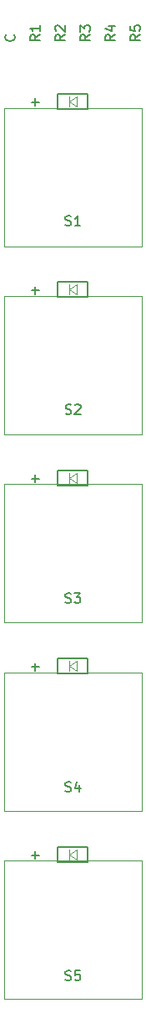
<source format=gto>
%TF.GenerationSoftware,KiCad,Pcbnew,5.1.6-1.fc32*%
%TF.CreationDate,2020-08-03T22:39:13-06:00*%
%TF.ProjectId,5_switch_column,355f7377-6974-4636-985f-636f6c756d6e,01*%
%TF.SameCoordinates,Original*%
%TF.FileFunction,Legend,Top*%
%TF.FilePolarity,Positive*%
%FSLAX46Y46*%
G04 Gerber Fmt 4.6, Leading zero omitted, Abs format (unit mm)*
G04 Created by KiCad (PCBNEW 5.1.6-1.fc32) date 2020-08-03 22:39:13*
%MOMM*%
%LPD*%
G01*
G04 APERTURE LIST*
%ADD10C,0.120000*%
%ADD11C,0.152400*%
%ADD12C,0.150000*%
G04 APERTURE END LIST*
D10*
%TO.C,S1*%
X110475000Y-92065000D02*
X110475000Y-78095000D01*
X124445000Y-92065000D02*
X110475000Y-92065000D01*
X124445000Y-78095000D02*
X124445000Y-92065000D01*
X110475000Y-78095000D02*
X124445000Y-78095000D01*
D11*
X115936000Y-76698000D02*
X115936000Y-78222000D01*
X115936000Y-78222000D02*
X118984000Y-78222000D01*
X118984000Y-78222000D02*
X118984000Y-76698000D01*
X118984000Y-76698000D02*
X115936000Y-76698000D01*
D10*
X117079000Y-76952000D02*
X117079000Y-77968000D01*
X117841000Y-76952000D02*
X117841000Y-77968000D01*
X117841000Y-77968000D02*
X117079000Y-77460000D01*
X117079000Y-77460000D02*
X117841000Y-76952000D01*
%TO.C,S2*%
X117079000Y-96460000D02*
X117841000Y-95952000D01*
X117841000Y-96968000D02*
X117079000Y-96460000D01*
X117841000Y-95952000D02*
X117841000Y-96968000D01*
X117079000Y-95952000D02*
X117079000Y-96968000D01*
D11*
X118984000Y-95698000D02*
X115936000Y-95698000D01*
X118984000Y-97222000D02*
X118984000Y-95698000D01*
X115936000Y-97222000D02*
X118984000Y-97222000D01*
X115936000Y-95698000D02*
X115936000Y-97222000D01*
D10*
X110475000Y-97095000D02*
X124445000Y-97095000D01*
X124445000Y-97095000D02*
X124445000Y-111065000D01*
X124445000Y-111065000D02*
X110475000Y-111065000D01*
X110475000Y-111065000D02*
X110475000Y-97095000D01*
%TO.C,S3*%
X110475000Y-130065000D02*
X110475000Y-116095000D01*
X124445000Y-130065000D02*
X110475000Y-130065000D01*
X124445000Y-116095000D02*
X124445000Y-130065000D01*
X110475000Y-116095000D02*
X124445000Y-116095000D01*
D11*
X115936000Y-114698000D02*
X115936000Y-116222000D01*
X115936000Y-116222000D02*
X118984000Y-116222000D01*
X118984000Y-116222000D02*
X118984000Y-114698000D01*
X118984000Y-114698000D02*
X115936000Y-114698000D01*
D10*
X117079000Y-114952000D02*
X117079000Y-115968000D01*
X117841000Y-114952000D02*
X117841000Y-115968000D01*
X117841000Y-115968000D02*
X117079000Y-115460000D01*
X117079000Y-115460000D02*
X117841000Y-114952000D01*
%TO.C,S4*%
X117079000Y-134460000D02*
X117841000Y-133952000D01*
X117841000Y-134968000D02*
X117079000Y-134460000D01*
X117841000Y-133952000D02*
X117841000Y-134968000D01*
X117079000Y-133952000D02*
X117079000Y-134968000D01*
D11*
X118984000Y-133698000D02*
X115936000Y-133698000D01*
X118984000Y-135222000D02*
X118984000Y-133698000D01*
X115936000Y-135222000D02*
X118984000Y-135222000D01*
X115936000Y-133698000D02*
X115936000Y-135222000D01*
D10*
X110475000Y-135095000D02*
X124445000Y-135095000D01*
X124445000Y-135095000D02*
X124445000Y-149065000D01*
X124445000Y-149065000D02*
X110475000Y-149065000D01*
X110475000Y-149065000D02*
X110475000Y-135095000D01*
%TO.C,S5*%
X110475000Y-168065000D02*
X110475000Y-154095000D01*
X124445000Y-168065000D02*
X110475000Y-168065000D01*
X124445000Y-154095000D02*
X124445000Y-168065000D01*
X110475000Y-154095000D02*
X124445000Y-154095000D01*
D11*
X115936000Y-152698000D02*
X115936000Y-154222000D01*
X115936000Y-154222000D02*
X118984000Y-154222000D01*
X118984000Y-154222000D02*
X118984000Y-152698000D01*
X118984000Y-152698000D02*
X115936000Y-152698000D01*
D10*
X117079000Y-152952000D02*
X117079000Y-153968000D01*
X117841000Y-152952000D02*
X117841000Y-153968000D01*
X117841000Y-153968000D02*
X117079000Y-153460000D01*
X117079000Y-153460000D02*
X117841000Y-152952000D01*
%TO.C,S1*%
D12*
X116698095Y-89939761D02*
X116840952Y-89987380D01*
X117079047Y-89987380D01*
X117174285Y-89939761D01*
X117221904Y-89892142D01*
X117269523Y-89796904D01*
X117269523Y-89701666D01*
X117221904Y-89606428D01*
X117174285Y-89558809D01*
X117079047Y-89511190D01*
X116888571Y-89463571D01*
X116793333Y-89415952D01*
X116745714Y-89368333D01*
X116698095Y-89273095D01*
X116698095Y-89177857D01*
X116745714Y-89082619D01*
X116793333Y-89035000D01*
X116888571Y-88987380D01*
X117126666Y-88987380D01*
X117269523Y-89035000D01*
X118221904Y-89987380D02*
X117650476Y-89987380D01*
X117936190Y-89987380D02*
X117936190Y-88987380D01*
X117840952Y-89130238D01*
X117745714Y-89225476D01*
X117650476Y-89273095D01*
X113269047Y-77531428D02*
X114030952Y-77531428D01*
X113650000Y-77912380D02*
X113650000Y-77150476D01*
%TO.C,S2*%
X116713095Y-108989761D02*
X116855952Y-109037380D01*
X117094047Y-109037380D01*
X117189285Y-108989761D01*
X117236904Y-108942142D01*
X117284523Y-108846904D01*
X117284523Y-108751666D01*
X117236904Y-108656428D01*
X117189285Y-108608809D01*
X117094047Y-108561190D01*
X116903571Y-108513571D01*
X116808333Y-108465952D01*
X116760714Y-108418333D01*
X116713095Y-108323095D01*
X116713095Y-108227857D01*
X116760714Y-108132619D01*
X116808333Y-108085000D01*
X116903571Y-108037380D01*
X117141666Y-108037380D01*
X117284523Y-108085000D01*
X117665476Y-108132619D02*
X117713095Y-108085000D01*
X117808333Y-108037380D01*
X118046428Y-108037380D01*
X118141666Y-108085000D01*
X118189285Y-108132619D01*
X118236904Y-108227857D01*
X118236904Y-108323095D01*
X118189285Y-108465952D01*
X117617857Y-109037380D01*
X118236904Y-109037380D01*
X113269047Y-96531428D02*
X114030952Y-96531428D01*
X113650000Y-96912380D02*
X113650000Y-96150476D01*
%TO.C,S3*%
X116698095Y-128039761D02*
X116840952Y-128087380D01*
X117079047Y-128087380D01*
X117174285Y-128039761D01*
X117221904Y-127992142D01*
X117269523Y-127896904D01*
X117269523Y-127801666D01*
X117221904Y-127706428D01*
X117174285Y-127658809D01*
X117079047Y-127611190D01*
X116888571Y-127563571D01*
X116793333Y-127515952D01*
X116745714Y-127468333D01*
X116698095Y-127373095D01*
X116698095Y-127277857D01*
X116745714Y-127182619D01*
X116793333Y-127135000D01*
X116888571Y-127087380D01*
X117126666Y-127087380D01*
X117269523Y-127135000D01*
X117602857Y-127087380D02*
X118221904Y-127087380D01*
X117888571Y-127468333D01*
X118031428Y-127468333D01*
X118126666Y-127515952D01*
X118174285Y-127563571D01*
X118221904Y-127658809D01*
X118221904Y-127896904D01*
X118174285Y-127992142D01*
X118126666Y-128039761D01*
X118031428Y-128087380D01*
X117745714Y-128087380D01*
X117650476Y-128039761D01*
X117602857Y-127992142D01*
X113269047Y-115531428D02*
X114030952Y-115531428D01*
X113650000Y-115912380D02*
X113650000Y-115150476D01*
%TO.C,S4*%
X116698095Y-147089761D02*
X116840952Y-147137380D01*
X117079047Y-147137380D01*
X117174285Y-147089761D01*
X117221904Y-147042142D01*
X117269523Y-146946904D01*
X117269523Y-146851666D01*
X117221904Y-146756428D01*
X117174285Y-146708809D01*
X117079047Y-146661190D01*
X116888571Y-146613571D01*
X116793333Y-146565952D01*
X116745714Y-146518333D01*
X116698095Y-146423095D01*
X116698095Y-146327857D01*
X116745714Y-146232619D01*
X116793333Y-146185000D01*
X116888571Y-146137380D01*
X117126666Y-146137380D01*
X117269523Y-146185000D01*
X118126666Y-146470714D02*
X118126666Y-147137380D01*
X117888571Y-146089761D02*
X117650476Y-146804047D01*
X118269523Y-146804047D01*
X113269047Y-134531428D02*
X114030952Y-134531428D01*
X113650000Y-134912380D02*
X113650000Y-134150476D01*
%TO.C,S5*%
X116698095Y-166139761D02*
X116840952Y-166187380D01*
X117079047Y-166187380D01*
X117174285Y-166139761D01*
X117221904Y-166092142D01*
X117269523Y-165996904D01*
X117269523Y-165901666D01*
X117221904Y-165806428D01*
X117174285Y-165758809D01*
X117079047Y-165711190D01*
X116888571Y-165663571D01*
X116793333Y-165615952D01*
X116745714Y-165568333D01*
X116698095Y-165473095D01*
X116698095Y-165377857D01*
X116745714Y-165282619D01*
X116793333Y-165235000D01*
X116888571Y-165187380D01*
X117126666Y-165187380D01*
X117269523Y-165235000D01*
X118174285Y-165187380D02*
X117698095Y-165187380D01*
X117650476Y-165663571D01*
X117698095Y-165615952D01*
X117793333Y-165568333D01*
X118031428Y-165568333D01*
X118126666Y-165615952D01*
X118174285Y-165663571D01*
X118221904Y-165758809D01*
X118221904Y-165996904D01*
X118174285Y-166092142D01*
X118126666Y-166139761D01*
X118031428Y-166187380D01*
X117793333Y-166187380D01*
X117698095Y-166139761D01*
X117650476Y-166092142D01*
X113269047Y-153531428D02*
X114030952Y-153531428D01*
X113650000Y-153912380D02*
X113650000Y-153150476D01*
%TO.C,U1*%
X111482142Y-70720976D02*
X111529761Y-70768595D01*
X111577380Y-70911452D01*
X111577380Y-71006690D01*
X111529761Y-71149547D01*
X111434523Y-71244785D01*
X111339285Y-71292404D01*
X111148809Y-71340023D01*
X111005952Y-71340023D01*
X110815476Y-71292404D01*
X110720238Y-71244785D01*
X110625000Y-71149547D01*
X110577380Y-71006690D01*
X110577380Y-70911452D01*
X110625000Y-70768595D01*
X110672619Y-70720976D01*
X114117380Y-70720976D02*
X113641190Y-71054309D01*
X114117380Y-71292404D02*
X113117380Y-71292404D01*
X113117380Y-70911452D01*
X113165000Y-70816214D01*
X113212619Y-70768595D01*
X113307857Y-70720976D01*
X113450714Y-70720976D01*
X113545952Y-70768595D01*
X113593571Y-70816214D01*
X113641190Y-70911452D01*
X113641190Y-71292404D01*
X114117380Y-69768595D02*
X114117380Y-70340023D01*
X114117380Y-70054309D02*
X113117380Y-70054309D01*
X113260238Y-70149547D01*
X113355476Y-70244785D01*
X113403095Y-70340023D01*
X116657380Y-70720976D02*
X116181190Y-71054309D01*
X116657380Y-71292404D02*
X115657380Y-71292404D01*
X115657380Y-70911452D01*
X115705000Y-70816214D01*
X115752619Y-70768595D01*
X115847857Y-70720976D01*
X115990714Y-70720976D01*
X116085952Y-70768595D01*
X116133571Y-70816214D01*
X116181190Y-70911452D01*
X116181190Y-71292404D01*
X115752619Y-70340023D02*
X115705000Y-70292404D01*
X115657380Y-70197166D01*
X115657380Y-69959071D01*
X115705000Y-69863833D01*
X115752619Y-69816214D01*
X115847857Y-69768595D01*
X115943095Y-69768595D01*
X116085952Y-69816214D01*
X116657380Y-70387642D01*
X116657380Y-69768595D01*
X119197380Y-70720976D02*
X118721190Y-71054309D01*
X119197380Y-71292404D02*
X118197380Y-71292404D01*
X118197380Y-70911452D01*
X118245000Y-70816214D01*
X118292619Y-70768595D01*
X118387857Y-70720976D01*
X118530714Y-70720976D01*
X118625952Y-70768595D01*
X118673571Y-70816214D01*
X118721190Y-70911452D01*
X118721190Y-71292404D01*
X118197380Y-70387642D02*
X118197380Y-69768595D01*
X118578333Y-70101928D01*
X118578333Y-69959071D01*
X118625952Y-69863833D01*
X118673571Y-69816214D01*
X118768809Y-69768595D01*
X119006904Y-69768595D01*
X119102142Y-69816214D01*
X119149761Y-69863833D01*
X119197380Y-69959071D01*
X119197380Y-70244785D01*
X119149761Y-70340023D01*
X119102142Y-70387642D01*
X121737380Y-70720976D02*
X121261190Y-71054309D01*
X121737380Y-71292404D02*
X120737380Y-71292404D01*
X120737380Y-70911452D01*
X120785000Y-70816214D01*
X120832619Y-70768595D01*
X120927857Y-70720976D01*
X121070714Y-70720976D01*
X121165952Y-70768595D01*
X121213571Y-70816214D01*
X121261190Y-70911452D01*
X121261190Y-71292404D01*
X121070714Y-69863833D02*
X121737380Y-69863833D01*
X120689761Y-70101928D02*
X121404047Y-70340023D01*
X121404047Y-69720976D01*
X124277380Y-70720976D02*
X123801190Y-71054309D01*
X124277380Y-71292404D02*
X123277380Y-71292404D01*
X123277380Y-70911452D01*
X123325000Y-70816214D01*
X123372619Y-70768595D01*
X123467857Y-70720976D01*
X123610714Y-70720976D01*
X123705952Y-70768595D01*
X123753571Y-70816214D01*
X123801190Y-70911452D01*
X123801190Y-71292404D01*
X123277380Y-69816214D02*
X123277380Y-70292404D01*
X123753571Y-70340023D01*
X123705952Y-70292404D01*
X123658333Y-70197166D01*
X123658333Y-69959071D01*
X123705952Y-69863833D01*
X123753571Y-69816214D01*
X123848809Y-69768595D01*
X124086904Y-69768595D01*
X124182142Y-69816214D01*
X124229761Y-69863833D01*
X124277380Y-69959071D01*
X124277380Y-70197166D01*
X124229761Y-70292404D01*
X124182142Y-70340023D01*
%TD*%
M02*

</source>
